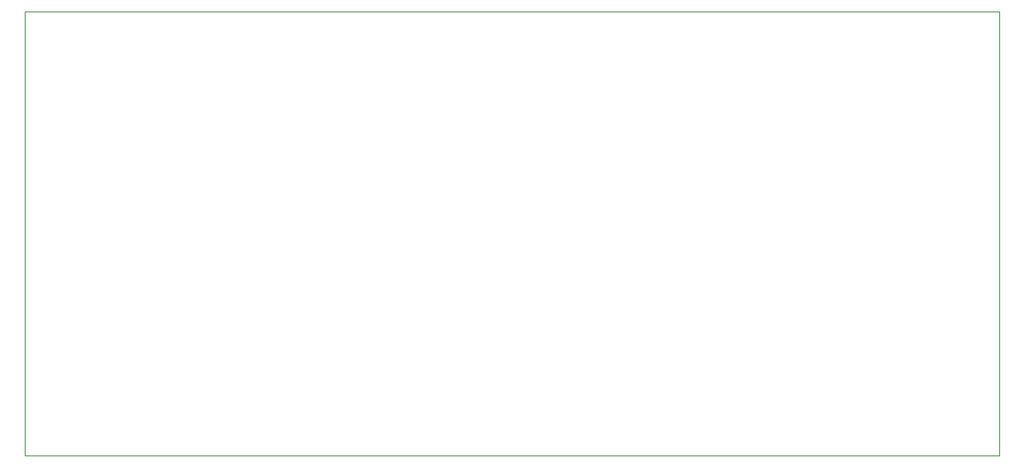
<source format=gbr>
%TF.GenerationSoftware,KiCad,Pcbnew,(7.0.0)*%
%TF.CreationDate,2023-07-04T10:09:35-04:00*%
%TF.ProjectId,merp,6d657270-2e6b-4696-9361-645f70636258,rev?*%
%TF.SameCoordinates,Original*%
%TF.FileFunction,Profile,NP*%
%FSLAX46Y46*%
G04 Gerber Fmt 4.6, Leading zero omitted, Abs format (unit mm)*
G04 Created by KiCad (PCBNEW (7.0.0)) date 2023-07-04 10:09:35*
%MOMM*%
%LPD*%
G01*
G04 APERTURE LIST*
%TA.AperFunction,Profile*%
%ADD10C,0.100000*%
%TD*%
G04 APERTURE END LIST*
D10*
X77450000Y-51570000D02*
X177450000Y-51570000D01*
X177450000Y-51570000D02*
X177450000Y-97230000D01*
X177450000Y-97230000D02*
X77450000Y-97230000D01*
X77450000Y-97230000D02*
X77450000Y-51570000D01*
M02*

</source>
